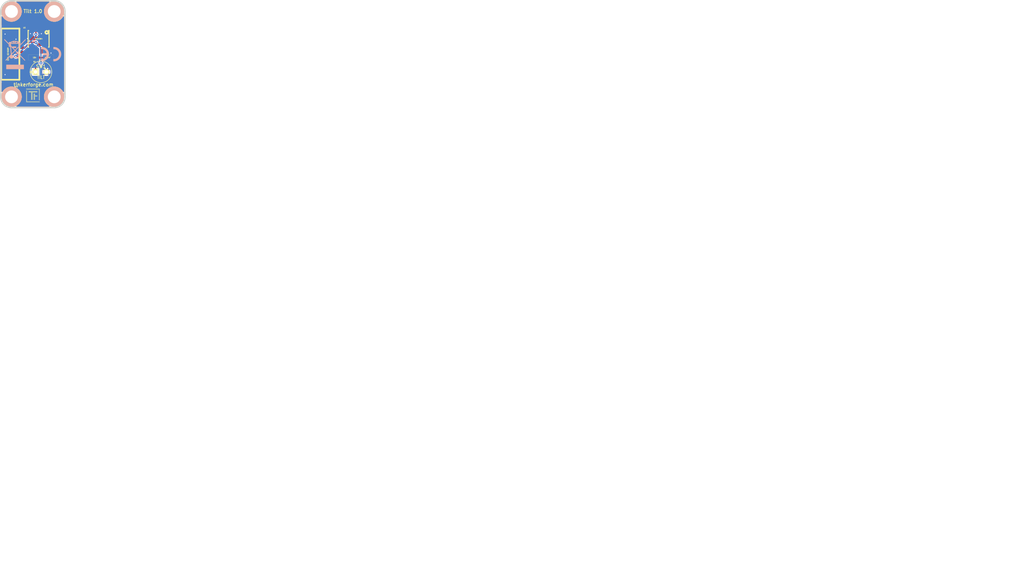
<source format=kicad_pcb>
(kicad_pcb (version 20221018) (generator pcbnew)
  (title_block (title "Tilt Bricklet") (rev "1.0") (company "Tinkerforge GmbH") (comment 1 "Licensed under CERN OHL v.1.1") (comment 2 "Copyright (©) 2013, B.Nordmeyer <bastian@tinkerforge.com>"))
  (layers (0 "F.Cu" signal "Vorderseite") (31 "B.Cu" signal "Rückseite") (34 "B.Paste" user) (35 "F.Paste" user) (36 "B.SilkS" user) (37 "F.SilkS" user) (38 "B.Mask" user) (39 "F.Mask" user) (44 "Edge.Cuts" user))
  (net 0 "")
  (net 1 "GND")
  (net 2 "N-000001")
  (net 3 "N-000002")
  (net 4 "N-000003")
  (net 5 "N-000004")
  (net 6 "VCC")
  (footprint "SOIC8" (layer "F.Cu") (at 51.75 38.7 180)
    (fp_text reference "U1" (at 3.29946 2.60096 180) (layer "F.SilkS") (effects (font (size 0.29972 0.29972) (thickness 0.0762))))
    (fp_text value "M24C64" (at 0 0 180) (layer "F.SilkS") (effects (font (size 0.29972 0.29972) (thickness 0.0762))))
    (pad "1" smd rect (at -1.90246 2.69748) (size 0.59944 1.5494) (layers "F.Cu" "F.Paste" "F.Mask") (net 1 "GND"))
    (pad "2" smd rect (at -0.63246 2.69748) (size 0.59944 1.5494) (layers "F.Cu" "F.Paste" "F.Mask") (net 1 "GND"))
    (pad "3" smd rect (at 0.63246 2.69748) (size 0.59944 1.5494) (layers "F.Cu" "F.Paste" "F.Mask") (net 3 "N-000002"))
    (pad "4" smd rect (at 1.90246 2.69748) (size 0.59944 1.5494) (layers "F.Cu" "F.Paste" "F.Mask") (net 1 "GND"))
    (pad "5" smd rect (at 1.90246 -2.69748 180) (size 0.59944 1.5494) (layers "F.Cu" "F.Paste" "F.Mask") (net 4 "N-000003"))
    (pad "6" smd rect (at 0.63246 -2.69748 180) (size 0.59944 1.5494) (layers "F.Cu" "F.Paste" "F.Mask") (net 2 "N-000001"))
    (pad "7" smd rect (at -0.63246 -2.69748 180) (size 0.59944 1.5494) (layers "F.Cu" "F.Paste" "F.Mask"))
    (pad "8" smd rect (at -1.90246 -2.69748 180) (size 0.59944 1.5494) (layers "F.Cu" "F.Paste" "F.Mask") (net 6 "VCC"))
  )
  (footprint "DRILL_NP" (layer "F.Cu") (at 55.4 32.3)
    (fp_text reference "U3" hide)
    (fp_text value "DRILL" hide)
    (pad "" thru_hole circle (at 0 0) (size 2.99974 2.99974) (drill 2.99974) (layers "*.Cu" "*.SilkS" "*.Mask") (clearance 0.89916))
  )
  (footprint "DRILL_NP" (layer "F.Cu") (at 45.4 52.3)
    (fp_text reference "U4" hide)
    (fp_text value "DRILL" hide)
    (pad "" thru_hole circle (at 0 0) (size 2.99974 2.99974) (drill 2.99974) (layers "*.Cu" "*.SilkS" "*.Mask") (clearance 0.89916))
  )
  (footprint "CON-SENSOR" (layer "F.Cu") (at 43 42.3 -90)
    (fp_text reference "P1" (at 7.9502 -3.50012 270) (layer "F.SilkS") (effects (font (size 0.59944 0.59944) (thickness 0.12446))))
    (fp_text value "CON-SENSOR" (at 0 -1.6002 270) (layer "F.SilkS") (effects (font (size 0.29972 0.29972) (thickness 0.07112))))
    (pad "1" smd rect (at -4.50088 -4.7752 270) (size 0.59944 1.5494) (layers "F.Cu" "F.Paste" "F.Mask"))
    (pad "2" smd rect (at -3.50012 -4.7752 270) (size 0.59944 1.5494) (layers "F.Cu" "F.Paste" "F.Mask") (net 1 "GND"))
    (pad "3" smd rect (at -2.49936 -4.7752 270) (size 0.59944 1.5494) (layers "F.Cu" "F.Paste" "F.Mask") (net 6 "VCC"))
    (pad "4" smd rect (at -1.50114 -4.7752 270) (size 0.59944 1.5494) (layers "F.Cu" "F.Paste" "F.Mask") (net 2 "N-000001"))
    (pad "5" smd rect (at -0.50038 -4.7752 270) (size 0.59944 1.5494) (layers "F.Cu" "F.Paste" "F.Mask") (net 4 "N-000003"))
    (pad "6" smd rect (at 0.50038 -4.7752 270) (size 0.59944 1.5494) (layers "F.Cu" "F.Paste" "F.Mask") (net 3 "N-000002"))
    (pad "7" smd rect (at 1.50114 -4.7752 270) (size 0.59944 1.5494) (layers "F.Cu" "F.Paste" "F.Mask") (net 5 "N-000004"))
    (pad "8" smd rect (at 2.49936 -4.7752 270) (size 0.59944 1.5494) (layers "F.Cu" "F.Paste" "F.Mask"))
    (pad "9" smd rect (at 3.50012 -4.7752 270) (size 0.59944 1.5494) (layers "F.Cu" "F.Paste" "F.Mask"))
    (pad "10" smd rect (at 4.50088 -4.7752 270) (size 0.59944 1.5494) (layers "F.Cu" "F.Paste" "F.Mask"))
    (pad "EP" smd rect (at -5.79882 -0.89916 270) (size 1.19888 1.80086) (layers "F.Cu" "F.Paste" "F.Mask") (net 1 "GND"))
    (pad "EP" smd rect (at 5.79882 -0.89916 270) (size 1.19888 1.80086) (layers "F.Cu" "F.Paste" "F.Mask") (net 1 "GND"))
  )
  (footprint "0603" (layer "F.Cu") (at 53.85 43.1)
    (fp_text reference "C1" (at 0 -1.00076) (layer "F.SilkS") (effects (font (size 0.29972 0.29972) (thickness 0.0762))))
    (fp_text value "100nF" (at 0 0) (layer "F.SilkS") (effects (font (size 0.29972 0.29972) (thickness 0.0762))))
    (pad "1" smd rect (at -0.8001 0) (size 0.8001 0.8001) (layers "F.Cu" "F.Paste" "F.Mask") (net 6 "VCC"))
    (pad "2" smd rect (at 0.8001 0) (size 0.8001 0.8001) (layers "F.Cu" "F.Paste" "F.Mask") (net 1 "GND"))
  )
  (footprint "DRILL_NP" (layer "F.Cu") (at 55.4 52.3 -90)
    (fp_text reference "U2" hide)
    (fp_text value "DRILL" hide)
    (pad "" thru_hole circle (at 0 0 270) (size 2.99974 2.99974) (drill 2.99974) (layers "*.Cu" "*.SilkS" "*.Mask") (clearance 0.89916))
  )
  (footprint "C1V5" (layer "F.Cu") (at 52.3 46.45)
    (fp_text reference "SW1" (at 0 -1.26746) (layer "F.SilkS") (effects (font (size 0.762 0.762) (thickness 0.127))))
    (fp_text value "TILT" (at 0 1.27) (layer "F.SilkS") (effects (font (size 0.762 0.635) (thickness 0.127))))
    (fp_text user "+" (at -2.286 0) (layer "F.SilkS") (effects (font (size 0.762 0.762) (thickness 0.2032))))
    (pad "1" thru_hole rect (at -1.27 0) (size 1.397 1.397) (drill 0.8128) (layers "*.Cu" "*.Mask" "F.SilkS") (net 5 "N-000004"))
    (pad "2" thru_hole circle (at 1.27 0) (size 1.397 1.397) (drill 0.8128) (layers "*.Cu" "*.Mask" "F.SilkS") (net 1 "GND"))
  )
  (footprint "0603" (layer "F.Cu") (at 50.8 43.1 180)
    (fp_text reference "R1" (at 0 -1.00076 180) (layer "F.SilkS") (effects (font (size 0.29972 0.29972) (thickness 0.0762))))
    (fp_text value "10k" (at 0 0 180) (layer "F.SilkS") (effects (font (size 0.29972 0.29972) (thickness 0.0762))))
    (pad "1" smd rect (at -0.8001 0 180) (size 0.8001 0.8001) (layers "F.Cu" "F.Paste" "F.Mask") (net 6 "VCC"))
    (pad "2" smd rect (at 0.8001 0 180) (size 0.8001 0.8001) (layers "F.Cu" "F.Paste" "F.Mask") (net 5 "N-000004"))
  )
  (footprint "DRILL_NP" (layer "F.Cu") (at 45.4 32.3)
    (fp_text reference "U5" hide)
    (fp_text value "DRILL" hide)
    (pad "" thru_hole circle (at 0 0) (size 2.99974 2.99974) (drill 2.99974) (layers "*.Cu" "*.SilkS" "*.Mask") (clearance 0.89916))
  )
  (footprint "Logo_31x31" (layer "F.Cu") (at 48.85 50.4)
    (fp_text reference "G***" hide)
    (fp_text value "Logo_31x31" hide)
  )
  (footprint "Fiducial_Mark" (layer "F.Cu") (at 45.4 46.3)
    (fp_text reference "Fiducial_Mark" hide)
    (fp_text value "VAL**" hide)
    (pad "1" smd circle (at 0 0) (size 1.00076 1.00076) (layers "F.Cu" "F.Mask") (clearance 0.65024))
  )
  (footprint "Fiducial_Mark" (layer "F.Cu") (at 56.4 35.8)
    (fp_text reference "Fiducial_Mark" hide)
    (fp_text value "VAL**" hide)
    (pad "1" smd circle (at 0 0) (size 1.00076 1.00076) (layers "F.Cu" "F.Mask") (clearance 0.65024))
  )
  (footprint "WEEE_7mm" (layer "B.Cu") (at 46.2 42.3)
    (fp_text reference "VAL" hide)
    (fp_text value "WEEE_7mm" hide)
  )
  (footprint "CE_5mm" (layer "B.Cu") (at 54.65 42.3 180)
    (fp_text reference "VAL" hide)
    (fp_text value "CE_5mm" hide)
  )
  (gr_arc (start 45.4 54.8) (mid 43.632233 54.067767) (end 42.9 52.3) (stroke (width 0.381)) (layer "Edge.Cuts"))
  (gr_line (start 45.4 29.8) (end 55.5 29.8) (stroke (width 0.381)) (layer "Edge.Cuts"))
  (gr_arc (start 57.9 52.3) (mid 57.167767 54.067767) (end 55.4 54.8) (stroke (width 0.381)) (layer "Edge.Cuts"))
  (gr_arc (start 55.4 29.8) (mid 57.167767 30.532233) (end 57.9 32.3) (stroke (width 0.381)) (layer "Edge.Cuts"))
  (gr_line (start 42.9 32.3) (end 42.9 52.3) (stroke (width 0.381)) (layer "Edge.Cuts"))
  (gr_line (start 57.9 52.3) (end 57.9 32.3) (stroke (width 0.381)) (layer "Edge.Cuts"))
  (gr_arc (start 42.9 32.3) (mid 43.632233 30.532233) (end 45.4 29.8) (stroke (width 0.381)) (layer "Edge.Cuts"))
  (gr_line (start 45.4 54.8) (end 55.5 54.8) (stroke (width 0.381)) (layer "Edge.Cuts"))
  (gr_text "Tilt 1.0" (at 50.4 32.25) (layer "F.SilkS") (effects (font (size 0.8 0.8))))
  (gr_text "tinkerforge.com" (at 50.55 49.45) (layer "F.SilkS") (effects (font (size 0.8 0.8))))
  (segment (start 43.89916 47.10084) (end 43.9 47.1) (width 0.29972) (layer "F.Cu") (net 1))
  (segment (start 43.9 37.6) (end 43.89916 37.59916) (width 0.29972) (layer "F.Cu") (net 1))
  (segment (start 43.89916 37.59916) (end 43.89916 36.50118) (width 0.29972) (layer "F.Cu") (net 1))
  (segment (start 46.45012 38.79988) (end 46.45 38.8) (width 0.29972) (layer "F.Cu") (net 1))
  (segment (start 49.00012 38.79988) (end 49.15 38.65) (width 0.29972) (layer "F.Cu") (net 1))
  (segment (start 49.85 37.5) (end 49.84754 37.49754) (width 0.29972) (layer "F.Cu") (net 1))
  (segment (start 49.84754 37.49754) (end 49.84754 36.00252) (width 0.29972) (layer "F.Cu") (net 1))
  (segment (start 52.38246 37.48246) (end 52.4 37.5) (width 0.29972) (layer "F.Cu") (net 1))
  (segment (start 53.65 37.5) (end 53.65246 37.49754) (width 0.29972) (layer "F.Cu") (net 1))
  (segment (start 53.65246 37.49754) (end 53.65246 36.00252) (width 0.29972) (layer "F.Cu") (net 1))
  (segment (start 51.25 38.65) (end 52.4 37.5) (width 0.29972) (layer "F.Cu") (net 1))
  (segment (start 54.6501 42.0501) (end 54.65 42.05) (width 0.29972) (layer "F.Cu") (net 1))
  (segment (start 49.15 38.65) (end 51.25 38.65) (width 0.29972) (layer "F.Cu") (net 1))
  (segment (start 47.7752 38.79988) (end 46.45012 38.79988) (width 0.29972) (layer "F.Cu") (net 1))
  (segment (start 54.6501 43.1) (end 54.6501 42.0501) (width 0.29972) (layer "F.Cu") (net 1))
  (segment (start 52.38246 36.00252) (end 52.38246 37.48246) (width 0.29972) (layer "F.Cu") (net 1))
  (segment (start 47.7752 38.79988) (end 49.00012 38.79988) (width 0.29972) (layer "F.Cu") (net 1))
  (segment (start 43.89916 48.09882) (end 43.89916 47.10084) (width 0.29972) (layer "F.Cu") (net 1))
  (via (at 54.65 42.05) (size 0.70104) (drill 0.24892) (layers "F.Cu" "B.Cu") (net 1))
  (via (at 49.85 37.5) (size 0.70104) (drill 0.24892) (layers "F.Cu" "B.Cu") (net 1))
  (via (at 43.9 37.6) (size 0.70104) (drill 0.24892) (layers "F.Cu" "B.Cu") (net 1))
  (via (at 46.45 38.8) (size 0.70104) (drill 0.24892) (layers "F.Cu" "B.Cu") (net 1))
  (via (at 49.15 38.65) (size 0.70104) (drill 0.24892) (layers "F.Cu" "B.Cu") (net 1))
  (via (at 52.4 37.5) (size 0.70104) (drill 0.24892) (layers "F.Cu" "B.Cu") (net 1))
  (via (at 53.65 37.5) (size 0.70104) (drill 0.24892) (layers "F.Cu" "B.Cu") (net 1))
  (via (at 43.9 47.1) (size 0.70104) (drill 0.24892) (layers "F.Cu" "B.Cu") (net 1))
  (segment (start 43.9 47.1) (end 43.9 37.6) (width 0.29972) (layer "B.Cu") (net 1))
  (segment (start 46.45 38.8) (end 45.25 37.6) (width 0.29972) (layer "B.Cu") (net 1))
  (segment (start 45.25 37.6) (end 43.9 37.6) (width 0.29972) (layer "B.Cu") (net 1))
  (segment (start 49.15 38.65) (end 49.85 37.95) (width 0.29972) (layer "B.Cu") (net 1))
  (segment (start 49.85 37.95) (end 49.85 37.5) (width 0.29972) (layer "B.Cu") (net 1))
  (segment (start 52.4 37.5) (end 53.65 37.5) (width 0.29972) (layer "B.Cu") (net 1))
  (segment (start 54.65 42.05) (end 53.65 41.05) (width 0.29972) (layer "B.Cu") (net 1))
  (segment (start 53.65 41.05) (end 53.65 37.5) (width 0.29972) (layer "B.Cu") (net 1))
  (segment (start 53.57 45.38) (end 54.65 44.3) (width 0.29972) (layer "B.Cu") (net 1))
  (segment (start 54.65 44.3) (end 54.65 42.05) (width 0.29972) (layer "B.Cu") (net 1))
  (segment (start 53.57 46.45) (end 53.57 45.38) (width 0.29972) (layer "B.Cu") (net 1))
  (segment (start 48.55114 40.79886) (end 49.2 40.15) (width 0.29972) (layer "F.Cu") (net 2))
  (segment (start 49.2 40.15) (end 50.3 40.15) (width 0.29972) (layer "F.Cu") (net 2))
  (segment (start 50.3 40.15) (end 51.11754 40.96754) (width 0.29972) (layer "F.Cu") (net 2))
  (segment (start 51.11754 40.96754) (end 51.11754 41.39748) (width 0.29972) (layer "F.Cu") (net 2))
  (segment (start 47.7752 40.79886) (end 48.55114 40.79886) (width 0.29972) (layer "F.Cu") (net 2))
  (segment (start 46.40038 42.80038) (end 46.4 42.8) (width 0.29972) (layer "F.Cu") (net 3))
  (segment (start 51.1 37.65) (end 51.11754 37.63246) (width 0.29972) (layer "F.Cu") (net 3))
  (segment (start 51.11754 37.63246) (end 51.11754 36.00252) (width 0.29972) (layer "F.Cu") (net 3))
  (segment (start 47.7752 42.80038) (end 46.40038 42.80038) (width 0.29972) (layer "F.Cu") (net 3))
  (via (at 46.4 42.8) (size 0.70104) (drill 0.24892) (layers "F.Cu" "B.Cu") (net 3))
  (via (at 51.1 37.65) (size 0.70104) (drill 0.24892) (layers "F.Cu" "B.Cu") (net 3))
  (segment (start 46.4 42.8) (end 51.1 38.1) (width 0.29972) (layer "B.Cu") (net 3))
  (segment (start 51.1 38.1) (end 51.1 37.65) (width 0.29972) (layer "B.Cu") (net 3))
  (segment (start 49.45252 41.39748) (end 49.05038 41.79962) (width 0.29972) (layer "F.Cu") (net 4))
  (segment (start 49.05038 41.79962) (end 47.7752 41.79962) (width 0.29972) (layer "F.Cu") (net 4))
  (segment (start 49.84754 41.39748) (end 49.45252 41.39748) (width 0.29972) (layer "F.Cu") (net 4))
  (segment (start 51.03 44.83) (end 49.9999 43.7999) (width 0.29972) (layer "F.Cu") (net 5))
  (segment (start 49.9999 43.7999) (end 49.9999 43.1) (width 0.29972) (layer "F.Cu") (net 5))
  (segment (start 48.69886 43.80114) (end 49.4 43.1) (width 0.29972) (layer "F.Cu") (net 5))
  (segment (start 49.4 43.1) (end 49.9999 43.1) (width 0.29972) (layer "F.Cu") (net 5))
  (segment (start 47.7752 43.80114) (end 48.69886 43.80114) (width 0.29972) (layer "F.Cu") (net 5))
  (segment (start 51.03 46.45) (end 51.03 44.83) (width 0.29972) (layer "F.Cu") (net 5))
  (segment (start 48.69936 39.80064) (end 49 39.5) (width 0.29972) (layer "F.Cu") (net 6))
  (segment (start 49 39.5) (end 51 39.5) (width 0.29972) (layer "F.Cu") (net 6))
  (segment (start 51 39.5) (end 51.1 39.6) (width 0.29972) (layer "F.Cu") (net 6))
  (segment (start 52.3 44.35) (end 52.3 43.15) (width 0.29972) (layer "F.Cu") (net 6))
  (segment (start 52.3 43.15) (end 52.35 43.1) (width 0.29972) (layer "F.Cu") (net 6))
  (segment (start 52.35 43.1) (end 52.4 43.1) (width 0.29972) (layer "F.Cu") (net 6))
  (segment (start 52.4 43.1) (end 53.0499 43.1) (width 0.29972) (layer "F.Cu") (net 6))
  (segment (start 53.0499 43.0501) (end 53.65246 42.44754) (width 0.29972) (layer "F.Cu") (net 6))
  (segment (start 53.65246 42.44754) (end 53.65246 41.39748) (width 0.29972) (layer "F.Cu") (net 6))
  (segment (start 52.4 43.1) (end 51.6001 43.1) (width 0.29972) (layer "F.Cu") (net 6))
  (segment (start 53.0499 43.1) (end 53.0499 43.0501) (width 0.29972) (layer "F.Cu") (net 6))
  (segment (start 47.7752 39.80064) (end 48.69936 39.80064) (width 0.29972) (layer "F.Cu") (net 6))
  (via (at 51.1 39.6) (size 0.70104) (drill 0.24892) (layers "F.Cu" "B.Cu") (net 6))
  (via (at 52.3 44.35) (size 0.70104) (drill 0.24892) (layers "F.Cu" "B.Cu") (net 6))
  (segment (start 51.1 39.6) (end 52.3 40.8) (width 0.29972) (layer "B.Cu") (net 6))
  (segment (start 52.3 40.8) (end 52.3 44.35) (width 0.29972) (layer "B.Cu") (net 6))
  (zone (net 1) (net_name "GND") (layer "F.Cu") (connect_pads (clearance 0.24892)) (min_thickness 0.24892) (fill yes (thermal_gap 0.29972) (thermal_bridge_width 0.29972))
    (polygon (pts (xy 42.9 29.8) (xy 57.9 29.8) (xy 57.9 54.8) (xy 42.9 54.8)))
  )
  (zone (net 1) (net_name "GND") (layer "B.Cu") (connect_pads (clearance 0.24892)) (min_thickness 0.24892) (fill yes (thermal_gap 0.29972) (thermal_bridge_width 0.29972))
    (polygon (pts (xy 42.9 54.8) (xy 42.9 29.8) (xy 57.9 29.8) (xy 57.9 54.8)))
  )
)
</source>
